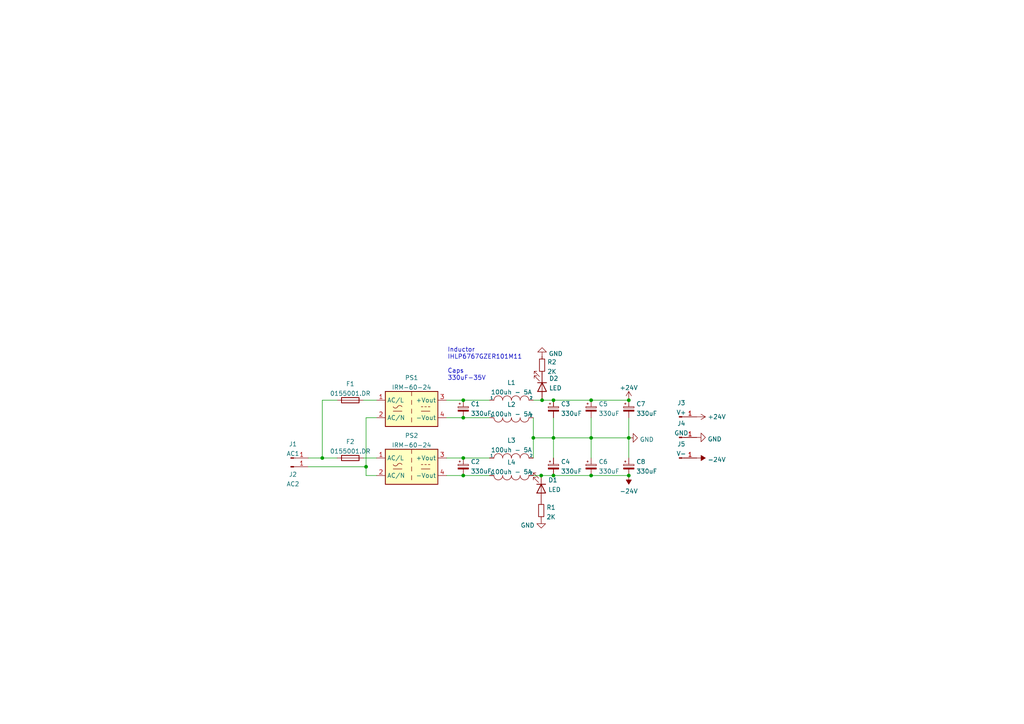
<source format=kicad_sch>
(kicad_sch (version 20211123) (generator eeschema)
  (paper "A4")
  (lib_symbols
    (symbol "Connector:Conn_01x01_Male" (pin_names (offset 1.016) hide)
      (property "Reference" "J" (at 0 2.54 0))
      (property "Value" "Conn_01x01_Male" (at 0 -2.54 0))
      (symbol "Conn_01x01_Male_1_1"
        (polyline (pts (xy 1.27 0) (xy 0.8636 0)) (stroke (width 0.1524)))
        (rectangle (start 0.8636 0.127) (end 0 -0.127) (stroke (width 0.1524)) (fill (type outline)))
        (pin passive line (at 5.08 0 180) (length 3.81) (name "Pin_1") (number "1"))
      )
    )
    (symbol "Converter_ACDC:IRM-60-24"
      (property "Reference" "PS" (at 0 7.62 0))
      (property "Value" "IRM-60-24" (at 0 -7.62 0))
      (symbol "IRM-60-24_1_1"
        (rectangle (start -7.62 5.08) (end 7.62 -5.08) (stroke (width 0.254)) (fill (type background)))
        (arc (start -5.334 0.635) (mid -4.699 0.2495) (end -4.064 0.635))
        (arc (start -2.794 0.635) (mid -3.429 1.0072) (end -4.064 0.635))
        (polyline (pts (xy -5.334 -0.635) (xy -2.794 -0.635)))
        (polyline (pts (xy 0 -2.54) (xy 0 -3.81)))
        (polyline (pts (xy 0 0) (xy 0 -1.27)))
        (polyline (pts (xy 0 2.54) (xy 0 1.27)))
        (polyline (pts (xy 0 5.08) (xy 0 3.81)))
        (polyline (pts (xy 2.794 -0.635) (xy 5.334 -0.635)))
        (polyline (pts (xy 2.794 0.635) (xy 3.302 0.635)))
        (polyline (pts (xy 3.81 0.635) (xy 4.318 0.635)))
        (polyline (pts (xy 4.826 0.635) (xy 5.334 0.635)))
        (pin power_in line (at -10.16 2.54 0) (length 2.54) (name "AC/L") (number "1"))
        (pin power_in line (at -10.16 -2.54 0) (length 2.54) (name "AC/N") (number "2"))
        (pin power_out line (at 10.16 2.54 180) (length 2.54) (name "+Vout") (number "3"))
        (pin power_out line (at 10.16 -2.54 180) (length 2.54) (name "-Vout") (number "4"))
      )
    )
    (symbol "Device:C_Polarized_Small" (pin_numbers hide) (pin_names (offset 0.254) hide)
      (property "Reference" "C" (at 0.254 1.778 0))
      (property "Value" "C_Polarized_Small" (at 0.254 -2.032 0))
      (symbol "C_Polarized_Small_0_1"
        (rectangle (start -1.524 -0.3048) (end 1.524 -0.6858) (fill (type outline)))
        (rectangle (start -1.524 0.6858) (end 1.524 0.3048))
        (polyline (pts (xy -1.27 1.524) (xy -0.762 1.524)))
        (polyline (pts (xy -1.016 1.27) (xy -1.016 1.778)))
      )
      (symbol "C_Polarized_Small_1_1"
        (pin passive line (at 0 2.54 270) (length 1.8542) (name "~") (number "1"))
        (pin passive line (at 0 -2.54 90) (length 1.8542) (name "~") (number "2"))
      )
    )
    (symbol "Device:Fuse" (pin_numbers hide) (pin_names (offset 0))
      (property "Reference" "F" (at 2.032 0 90))
      (property "Value" "Fuse" (at -1.905 0 90))
      (symbol "Fuse_0_1"
        (rectangle (start -0.762 -2.54) (end 0.762 2.54) (stroke (width 0.254)))
        (polyline (pts (xy 0 2.54) (xy 0 -2.54)))
      )
      (symbol "Fuse_1_1"
        (pin passive line (at 0 3.81 270) (length 1.27) (name "~") (number "1"))
        (pin passive line (at 0 -3.81 90) (length 1.27) (name "~") (number "2"))
      )
    )
    (symbol "Device:LED" (pin_numbers hide) (pin_names (offset 1.016) hide)
      (property "Reference" "D" (at 0 2.54 0))
      (property "Value" "LED" (at 0 -2.54 0))
      (symbol "LED_0_1"
        (polyline (pts (xy -1.27 -1.27) (xy -1.27 1.27)) (stroke (width 0.254)))
        (polyline (pts (xy -1.27 0) (xy 1.27 0)))
        (polyline (pts (xy 1.27 -1.27) (xy 1.27 1.27) (xy -1.27 0) (xy 1.27 -1.27)) (stroke (width 0.254)))
        (polyline (pts (xy -3.048 -0.762) (xy -4.572 -2.286) (xy -3.81 -2.286) (xy -4.572 -2.286) (xy -4.572 -1.524)))
        (polyline (pts (xy -1.778 -0.762) (xy -3.302 -2.286) (xy -2.54 -2.286) (xy -3.302 -2.286) (xy -3.302 -1.524)))
      )
      (symbol "LED_1_1"
        (pin passive line (at -3.81 0 0) (length 2.54) (name "K") (number "1"))
        (pin passive line (at 3.81 0 180) (length 2.54) (name "A") (number "2"))
      )
    )
    (symbol "Device:R_Small" (pin_numbers hide) (pin_names (offset 0.254) hide)
      (property "Reference" "R" (at 0.762 0.508 0))
      (property "Value" "R_Small" (at 0.762 -1.016 0))
      (symbol "R_Small_0_1"
        (rectangle (start -0.762 1.778) (end 0.762 -1.778) (stroke (width 0.2032)))
      )
      (symbol "R_Small_1_1"
        (pin passive line (at 0 2.54 270) (length 0.762) (name "~") (number "1"))
        (pin passive line (at 0 -2.54 90) (length 0.762) (name "~") (number "2"))
      )
    )
    (symbol "power:+24V" (power) (pin_names (offset 0))
      (property "Value" "+24V" (at 0 3.556 0))
      (symbol "+24V_0_1"
        (polyline (pts (xy -0.762 1.27) (xy 0 2.54)))
        (polyline (pts (xy 0 0) (xy 0 2.54)))
        (polyline (pts (xy 0 2.54) (xy 0.762 1.27)))
      )
      (symbol "+24V_1_1"
        (pin power_in line (at 0 0 90) (length 0) hide (name "+24V") (number "1"))
      )
    )
    (symbol "power:-24V" (power) (pin_names (offset 0))
      (property "Value" "-24V" (at 0 3.81 0))
      (symbol "-24V_0_0"
        (pin power_in line (at 0 0 90) (length 0) hide (name "-24V") (number "1"))
      )
      (symbol "-24V_0_1"
        (polyline (pts (xy 0 0) (xy 0 1.27) (xy 0.762 1.27) (xy 0 2.54) (xy -0.762 1.27) (xy 0 1.27)) (fill (type outline)))
      )
    )
    (symbol "power:GND" (power) (pin_names (offset 0))
      (property "Value" "GND" (at 0 -3.81 0))
      (symbol "GND_0_1"
        (polyline (pts (xy 0 0) (xy 0 -1.27) (xy 1.27 -1.27) (xy 0 -2.54) (xy -1.27 -1.27) (xy 0 -1.27)))
      )
      (symbol "GND_1_1"
        (pin power_in line (at 0 0 270) (length 0) hide (name "GND") (number "1"))
      )
    )
    (symbol "pspice:INDUCTOR" (pin_numbers hide) (pin_names (offset 0))
      (property "Reference" "L" (at 0 2.54 0))
      (property "Value" "INDUCTOR" (at 0 -1.27 0))
      (symbol "INDUCTOR_0_1"
        (arc (start -2.54 0) (mid -3.81 1.27) (end -5.08 0))
        (arc (start 0 0) (mid -1.27 1.27) (end -2.54 0))
        (arc (start 2.54 0) (mid 1.27 1.27) (end 0 0))
        (arc (start 5.08 0) (mid 3.81 1.27) (end 2.54 0))
      )
      (symbol "INDUCTOR_1_1"
        (pin input line (at -6.35 0 0) (length 1.27) (name "1") (number "1"))
        (pin input line (at 6.35 0 180) (length 1.27) (name "2") (number "2"))
      )
    )
  )
  (junction (at 182.372 127))
  (junction (at 134.366 137.922))
  (junction (at 160.528 116.078))
  (junction (at 154.686 127))
  (junction (at 171.45 137.922))
  (junction (at 134.366 121.158))
  (junction (at 157.226 116.078))
  (junction (at 182.372 137.922))
  (junction (at 134.366 132.842))
  (junction (at 182.372 116.078))
  (junction (at 156.972 137.922))
  (junction (at 171.45 116.078))
  (junction (at 134.366 116.078))
  (junction (at 160.528 137.922))
  (junction (at 106.172 135.382))
  (junction (at 160.528 127))
  (junction (at 93.472 132.842))
  (junction (at 171.45 127))
  (wire (pts (xy 134.366 137.922) (xy 141.986 137.922)))
  (wire (pts (xy 160.528 127) (xy 160.528 132.842)))
  (wire (pts (xy 154.686 121.158) (xy 154.686 127)))
  (wire (pts (xy 171.45 137.922) (xy 182.372 137.922)))
  (wire (pts (xy 106.172 135.382) (xy 106.172 137.922)))
  (wire (pts (xy 97.79 116.078) (xy 93.472 116.078)))
  (wire (pts (xy 171.45 127) (xy 182.372 127)))
  (wire (pts (xy 109.22 121.158) (xy 106.172 121.158)))
  (wire (pts (xy 171.45 127) (xy 171.45 132.842)))
  (wire (pts (xy 160.528 127) (xy 171.45 127)))
  (wire (pts (xy 157.226 116.078) (xy 160.528 116.078)))
  (wire (pts (xy 154.686 127) (xy 154.686 132.842)))
  (wire (pts (xy 89.408 132.842) (xy 93.472 132.842)))
  (wire (pts (xy 105.41 132.842) (xy 109.22 132.842)))
  (wire (pts (xy 156.972 137.922) (xy 160.528 137.922)))
  (wire (pts (xy 154.686 127) (xy 160.528 127)))
  (wire (pts (xy 182.372 121.158) (xy 182.372 127)))
  (wire (pts (xy 129.54 116.078) (xy 134.366 116.078)))
  (wire (pts (xy 129.54 132.842) (xy 134.366 132.842)))
  (wire (pts (xy 154.686 116.078) (xy 157.226 116.078)))
  (wire (pts (xy 134.366 121.158) (xy 141.986 121.158)))
  (wire (pts (xy 129.54 137.922) (xy 134.366 137.922)))
  (wire (pts (xy 106.172 137.922) (xy 109.22 137.922)))
  (wire (pts (xy 160.528 116.078) (xy 171.45 116.078)))
  (wire (pts (xy 89.408 135.382) (xy 106.172 135.382)))
  (wire (pts (xy 160.528 137.922) (xy 171.45 137.922)))
  (wire (pts (xy 106.172 121.158) (xy 106.172 135.382)))
  (wire (pts (xy 160.528 121.158) (xy 160.528 127)))
  (wire (pts (xy 154.686 137.922) (xy 156.972 137.922)))
  (wire (pts (xy 93.472 116.078) (xy 93.472 132.842)))
  (wire (pts (xy 134.366 116.078) (xy 141.986 116.078)))
  (wire (pts (xy 182.372 127) (xy 182.372 132.842)))
  (wire (pts (xy 129.54 121.158) (xy 134.366 121.158)))
  (wire (pts (xy 93.472 132.842) (xy 97.79 132.842)))
  (wire (pts (xy 171.45 121.158) (xy 171.45 127)))
  (wire (pts (xy 134.366 132.842) (xy 141.986 132.842)))
  (wire (pts (xy 171.45 116.078) (xy 182.372 116.078)))
  (wire (pts (xy 105.41 116.078) (xy 109.22 116.078)))
  (text "Inductor\nIHLP6767GZER101M11\n\nCaps\n330uF-35V\n" (at 129.794 110.49 0) (effects (font (size 1.27 1.27)) (justify left bottom)))
  (symbol (lib_id "Connector:Conn_01x01_Male") (at 84.328 132.842 0) (unit 1)
    (property "Reference" "J1" (at 84.963 128.7993 0))
    (property "Value" "AC1" (at 84.963 131.5744 0))
    (property "Footprint" "Custom Library:Spade Conector 6.3mm TE_1217861" (effects hide))
  )
  (symbol (lib_id "power:GND") (at 157.226 103.378 180) (unit 1)
    (property "Reference" "#PWR0108" (effects hide))
    (property "Value" "GND" (at 159.131 102.587 0) (effects (justify right)))
  )
  (symbol (lib_id "pspice:INDUCTOR") (at 148.336 137.922 0) (mirror x) (unit 1)
    (property "Reference" "L4" (at 148.336 134.0825 0))
    (property "Value" "100uh - 5A" (at 148.336 136.8576 0))
    (property "Footprint" "Inductor_SMD:L_Vishay_IHLP-6767" (effects hide))
  )
  (symbol (lib_id "Device:C_Polarized_Small") (at 134.366 118.618 0) (unit 1)
    (property "Reference" "C1" (at 136.525 117.1634 0) (effects (justify left)))
    (property "Value" "330uF" (at 136.525 119.9385 0) (effects (justify left)))
    (property "Footprint" "Capacitor_SMD:CP_Elec_16x17.5" (effects hide))
  )
  (symbol (lib_id "Converter_ACDC:IRM-60-24") (at 119.38 118.618 0) (unit 1)
    (property "Reference" "PS1" (at 119.38 109.5715 0))
    (property "Value" "IRM-60-24" (at 119.38 112.3466 0))
    (property "Footprint" "Converter_ACDC:Converter_ACDC_MeanWell_IRM-60-xx_THT" (effects hide))
    (property "Datasheet" "http://www.meanwellusa.com/productPdf.aspx?i=687" (effects hide))
  )
  (symbol (lib_id "Device:R_Small") (at 156.972 148.082 180) (unit 1)
    (property "Reference" "R1" (at 158.4706 147.1735 0) (effects (justify right)))
    (property "Value" "2K" (at 158.4706 149.9486 0) (effects (justify right)))
    (property "Footprint" "Resistor_SMD:R_1210_3225Metric" (effects hide))
  )
  (symbol (lib_id "Device:C_Polarized_Small") (at 134.366 135.382 0) (unit 1)
    (property "Reference" "C2" (at 136.525 133.9274 0) (effects (justify left)))
    (property "Value" "330uF" (at 136.525 136.7025 0) (effects (justify left)))
    (property "Footprint" "Capacitor_SMD:CP_Elec_16x17.5" (effects hide))
  )
  (symbol (lib_id "power:+24V") (at 182.372 116.078 0) (unit 1)
    (property "Reference" "#PWR0103" (effects hide))
    (property "Value" "+24V" (at 182.372 112.4735 0))
  )
  (symbol (lib_id "Device:C_Polarized_Small") (at 160.528 118.618 0) (unit 1)
    (property "Reference" "C3" (at 162.687 117.1634 0) (effects (justify left)))
    (property "Value" "330uF" (at 162.687 119.9385 0) (effects (justify left)))
    (property "Footprint" "Capacitor_SMD:CP_Elec_16x17.5" (effects hide))
  )
  (symbol (lib_id "Device:Fuse") (at 101.6 116.078 90) (unit 1)
    (property "Reference" "F1" (at 101.6 111.3495 90))
    (property "Value" "0155001.DR" (at 101.6 114.1246 90))
    (property "Footprint" "Fuse:Fuseholder_Littelfuse_100_series_5x20mm" (effects hide))
  )
  (symbol (lib_id "Device:C_Polarized_Small") (at 171.45 118.618 0) (unit 1)
    (property "Reference" "C5" (at 173.609 117.1634 0) (effects (justify left)))
    (property "Value" "330uF" (at 173.609 119.9385 0) (effects (justify left)))
    (property "Footprint" "Capacitor_SMD:CP_Elec_16x17.5" (effects hide))
  )
  (symbol (lib_id "power:GND") (at 156.972 150.622 0) (unit 1)
    (property "Reference" "#PWR0107" (effects hide))
    (property "Value" "GND" (at 155.0671 152.371 0) (effects (justify right)))
  )
  (symbol (lib_id "power:-24V") (at 202.057 132.842 270) (unit 1)
    (property "Reference" "#PWR0104" (effects hide))
    (property "Value" "-24V" (at 205.232 133.321 90) (effects (justify left)))
  )
  (symbol (lib_id "power:GND") (at 202.057 126.873 90) (unit 1)
    (property "Reference" "#PWR0106" (effects hide))
    (property "Value" "GND" (at 205.232 127.352 90) (effects (justify right)))
  )
  (symbol (lib_id "Device:C_Polarized_Small") (at 182.372 135.382 0) (unit 1)
    (property "Reference" "C8" (at 184.531 133.9274 0) (effects (justify left)))
    (property "Value" "330uF" (at 184.531 136.7025 0) (effects (justify left)))
    (property "Footprint" "Capacitor_SMD:CP_Elec_16x17.5" (effects hide))
  )
  (symbol (lib_id "Connector:Conn_01x01_Male") (at 196.977 132.842 0) (unit 1)
    (property "Reference" "J5" (at 197.612 128.7993 0))
    (property "Value" "V-" (at 197.612 131.5744 0))
    (property "Footprint" "Custom Library:Spade Conector 6.3mm TE_1217861" (effects hide))
  )
  (symbol (lib_id "Device:C_Polarized_Small") (at 171.45 135.382 0) (unit 1)
    (property "Reference" "C6" (at 173.609 133.9274 0) (effects (justify left)))
    (property "Value" "330uF" (at 173.609 136.7025 0) (effects (justify left)))
    (property "Footprint" "Capacitor_SMD:CP_Elec_16x17.5" (effects hide))
  )
  (symbol (lib_id "power:-24V") (at 182.372 137.922 180) (unit 1)
    (property "Reference" "#PWR0102" (effects hide))
    (property "Value" "-24V" (at 182.372 142.4845 0))
  )
  (symbol (lib_id "Device:LED") (at 157.226 112.268 270) (unit 1)
    (property "Reference" "D2" (at 159.258 109.772 90) (effects (justify left)))
    (property "Value" "LED" (at 159.258 112.5471 90) (effects (justify left)))
    (property "Footprint" "LED_SMD:LED_1210_3225Metric" (effects hide))
  )
  (symbol (lib_id "power:+24V") (at 202.057 120.904 270) (unit 1)
    (property "Reference" "#PWR0105" (effects hide))
    (property "Value" "+24V" (at 207.899 120.904 90))
  )
  (symbol (lib_id "pspice:INDUCTOR") (at 148.336 132.842 0) (unit 1)
    (property "Reference" "L3" (at 148.336 127.7325 0))
    (property "Value" "100uh - 5A" (at 148.336 130.5076 0))
    (property "Footprint" "Inductor_SMD:L_Vishay_IHLP-6767" (effects hide))
  )
  (symbol (lib_id "power:GND") (at 182.372 127 90) (unit 1)
    (property "Reference" "#PWR0101" (effects hide))
    (property "Value" "GND" (at 185.547 127.479 90) (effects (justify right)))
  )
  (symbol (lib_id "Connector:Conn_01x01_Male") (at 196.977 126.873 0) (unit 1)
    (property "Reference" "J4" (at 197.612 122.8303 0))
    (property "Value" "GND" (at 197.612 125.6054 0))
    (property "Footprint" "Custom Library:Spade Conector 6.3mm TE_1217861" (effects hide))
  )
  (symbol (lib_id "Converter_ACDC:IRM-60-24") (at 119.38 135.382 0) (unit 1)
    (property "Reference" "PS2" (at 119.38 126.3355 0))
    (property "Value" "IRM-60-24" (at 119.38 129.1106 0))
    (property "Footprint" "Converter_ACDC:Converter_ACDC_MeanWell_IRM-60-xx_THT" (effects hide))
    (property "Datasheet" "http://www.meanwellusa.com/productPdf.aspx?i=687" (effects hide))
  )
  (symbol (lib_id "Device:LED") (at 156.972 141.732 270) (unit 1)
    (property "Reference" "D1" (at 159.004 139.236 90) (effects (justify left)))
    (property "Value" "LED" (at 159.004 142.0111 90) (effects (justify left)))
    (property "Footprint" "LED_SMD:LED_1210_3225Metric" (effects hide))
  )
  (symbol (lib_id "Device:C_Polarized_Small") (at 160.528 135.382 0) (unit 1)
    (property "Reference" "C4" (at 162.687 133.9274 0) (effects (justify left)))
    (property "Value" "330uF" (at 162.687 136.7025 0) (effects (justify left)))
    (property "Footprint" "Capacitor_SMD:CP_Elec_16x17.5" (effects hide))
  )
  (symbol (lib_id "Device:Fuse") (at 101.6 132.842 90) (unit 1)
    (property "Reference" "F2" (at 101.6 128.1135 90))
    (property "Value" "0155001.DR" (at 101.6 130.8886 90))
    (property "Footprint" "Fuse:Fuseholder_Littelfuse_100_series_5x20mm" (effects hide))
  )
  (symbol (lib_id "pspice:INDUCTOR") (at 148.336 121.158 0) (mirror x) (unit 1)
    (property "Reference" "L2" (at 148.336 117.3185 0))
    (property "Value" "100uh - 5A" (at 148.336 120.0936 0))
    (property "Footprint" "Inductor_SMD:L_Vishay_IHLP-6767" (effects hide))
  )
  (symbol (lib_id "Device:R_Small") (at 157.226 105.918 0) (unit 1)
    (property "Reference" "R2" (at 158.7246 105.0095 0) (effects (justify left)))
    (property "Value" "2K" (at 158.7246 107.7846 0) (effects (justify left)))
    (property "Footprint" "Resistor_SMD:R_1210_3225Metric" (effects hide))
  )
  (symbol (lib_id "pspice:INDUCTOR") (at 148.336 116.078 0) (unit 1)
    (property "Reference" "L1" (at 148.336 110.9685 0))
    (property "Value" "100uh - 5A" (at 148.336 113.7436 0))
    (property "Footprint" "Inductor_SMD:L_Vishay_IHLP-6767" (effects hide))
  )
  (symbol (lib_id "Connector:Conn_01x01_Male") (at 196.977 120.904 0) (unit 1)
    (property "Reference" "J3" (at 197.612 116.8613 0))
    (property "Value" "V+" (at 197.612 119.6364 0))
    (property "Footprint" "Custom Library:Spade Conector 6.3mm TE_1217861" (effects hide))
  )
  (symbol (lib_id "Device:C_Polarized_Small") (at 182.372 118.618 0) (unit 1)
    (property "Reference" "C7" (at 184.531 117.1634 0) (effects (justify left)))
    (property "Value" "330uF" (at 184.531 119.9385 0) (effects (justify left)))
    (property "Footprint" "Capacitor_SMD:CP_Elec_16x17.5" (effects hide))
  )
  (symbol (lib_id "Connector:Conn_01x01_Male") (at 84.328 135.382 0) (unit 1)
    (property "Reference" "J2" (at 84.963 137.6077 0))
    (property "Value" "AC2" (at 84.963 140.3828 0))
    (property "Footprint" "Custom Library:Spade Conector 6.3mm TE_1217861" (effects hide))
  )
)
</source>
